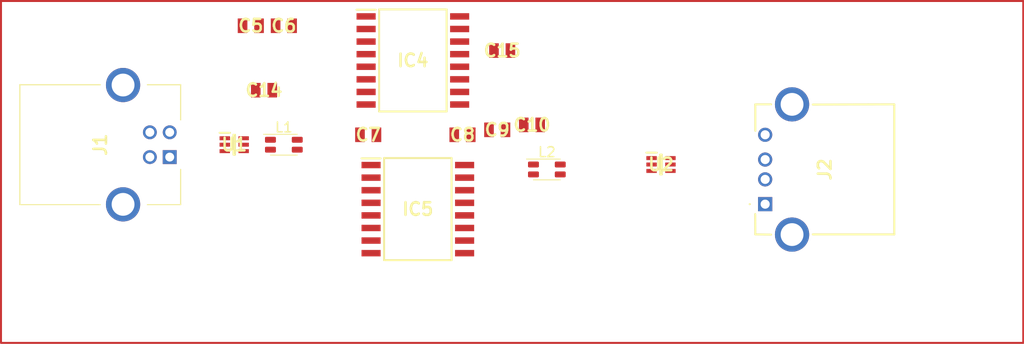
<source format=kicad_pcb>
(kicad_pcb (version 20241229) (generator "pcbnew") (generator_version "9.0")
  (layers (0 "F.Cu" signal) (2 "B.Cu" signal) (13 "F.Paste" user) (15 "B.Paste" user) (5 "F.SilkS" user "F.Silkscreen") (7 "B.SilkS" user "B.Silkscreen") (1 "F.Mask" user) (3 "B.Mask" user) (25 "Edge.Cuts" user))
  (net 0 "")
  (net 1 "+5V")
  (net 2 "Net-(IC4-RCSEL)")
  (net 3 "GND")
  (net 4 "VDD")
  (net 5 "Net-(IC4-NC_2)")
  (net 6 "Net-(IC5-SPU)")
  (net 7 "Net-(IC5-DD-)")
  (net 9 "Net-(IC5-UD-)")
  (net 12 "Net-(IC5-PIN)")
  (net 13 "Net-(IC5-SPD)")
  (net 14 "Net-(IC5-DD+)")
  (net 15 "Net-(IC5-UD+)")
  (net 16 "Net-(J1-Pad2)")
  (net 17 "Net-(J1-Pad3)")
  (net 18 "Net-(J2-Pad3)")
  (net 19 "Net-(J2-Pad2)")
  (net 22 "Net-(L1-Pad4)")
  (net 23 "Net-(L1-Pad1)")
  (net 24 "Net-(L2-Pad3)")
  (net 25 "Net-(L2-Pad2)")
  (footprint "SamacSys_Parts:CAPC2012X145N" (layer "F.Cu") (at 82.5 30)
    (property "Reference" "C15" (at 0 0 0) (layer "F.SilkS") (effects (font (size 1.27 1.27) (thickness 0.254))))
    (property "Value" "GRM21BR71H104KA01L" (hide yes))
    (pad "1" smd rect (at -0.83 0) (size 0.97 1.47) (layers "F.Cu" "F.Mask" "F.Paste") (net 5 "Net-(IC4-NC_2)"))
    (pad "2" smd rect (at 0.83 0) (size 0.97 1.47) (layers "F.Cu" "F.Mask" "F.Paste") (net 4 "VDD"))
  )
  (footprint "SamacSys_Parts:CAPC2012X145N" (layer "F.Cu") (at 60.5 27.5)
    (property "Reference" "C6" (at 0 0 0) (layer "F.SilkS") (effects (font (size 1.27 1.27) (thickness 0.254))))
    (property "Value" "GRM21BR71H104KA01L" (hide yes))
    (pad "1" smd rect (at -0.83 0) (size 0.97 1.47) (layers "F.Cu" "F.Mask" "F.Paste") (net 2 "Net-(IC4-RCSEL)"))
    (pad "2" smd rect (at 0.83 0) (size 0.97 1.47) (layers "F.Cu" "F.Mask" "F.Paste") (net 3 "GND"))
  )
  (footprint "SamacSys_Parts:875200010BLF" (layer "F.Cu") (at 108.995 45.5 90)
    (property "Reference" "J2" (at 3.5 6.005 90) (layer "F.SilkS") (effects (font (size 1.27 1.27) (thickness 0.254))))
    (property "Value" "87520-0010BLF" (hide yes))
    (fp_line (start 0 -1.6) (end 0 -1.6) (stroke (width 0.1)) (layer "F.SilkS"))
    (fp_line (start 0 -1.5) (end 0 -1.5) (stroke (width 0.1)) (layer "F.SilkS"))
    (fp_line (start 10.07 -0.99) (end 10.07 0.6) (stroke (width 0.2)) (layer "F.SilkS"))
    (fp_line (start 7.4 -0.99) (end 10.07 -0.99) (stroke (width 0.2)) (layer "F.SilkS"))
    (fp_line (start -3.05 -0.99) (end -1 -1) (stroke (width 0.2)) (layer "F.SilkS"))
    (fp_line (start -3.07 0.6) (end -3.05 -0.99) (stroke (width 0.2)) (layer "F.SilkS"))
    (fp_line (start 10.05 4.8) (end 10.07 13.01) (stroke (width 0.2)) (layer "F.SilkS"))
    (fp_line (start 10.07 13.01) (end -3.05 13.01) (stroke (width 0.2)) (layer "F.SilkS"))
    (fp_line (start -3.05 13.01) (end -3.05 4.8) (stroke (width 0.2)) (layer "F.SilkS"))
    (fp_arc (start 0 -1.6) (mid 0.05 -1.55) (end 0 -1.5) (stroke (width 0.1)) (layer "F.SilkS"))
    (fp_arc (start 0 -1.5) (mid -0.05 -1.55) (end 0 -1.6) (stroke (width 0.1)) (layer "F.SilkS"))
    (pad "1" thru_hole rect (at 0 0 90) (size 1.431 1.431) (drill 0.92) (layers "*.Cu" "*.Mask") (net 1 "+5V"))
    (pad "2" thru_hole circle (at 2.5 0 90) (size 1.431 1.431) (drill 0.92) (layers "*.Cu" "*.Mask") (net 19 "Net-(J2-Pad2)"))
    (pad "3" thru_hole circle (at 4.5 0 90) (size 1.431 1.431) (drill 0.92) (layers "*.Cu" "*.Mask") (net 18 "Net-(J2-Pad3)"))
    (pad "4" thru_hole circle (at 7 0 90) (size 1.431 1.431) (drill 0.92) (layers "*.Cu" "*.Mask") (net 3 "GND"))
    (pad "MH1" thru_hole circle (at -3.07 2.71 90) (size 3.45 3.45) (drill 2.3) (layers "*.Cu" "*.Mask") (net 3 "GND"))
    (pad "MH2" thru_hole circle (at 10.07 2.71 90) (size 3.45 3.45) (drill 2.3) (layers "*.Cu" "*.Mask") (net 3 "GND"))
  )
  (footprint "SamacSys_Parts:CAPC2012X145N" (layer "F.Cu") (at 85.5 37.5)
    (property "Reference" "C10" (at 0 0 0) (layer "F.SilkS") (effects (font (size 1.27 1.27) (thickness 0.254))))
    (property "Value" "GRM21BR71H104KA01L" (hide yes))
    (pad "1" smd rect (at -0.83 0) (size 0.97 1.47) (layers "F.Cu" "F.Mask" "F.Paste") (net 3 "GND"))
    (pad "2" smd rect (at 0.83 0) (size 0.97 1.47) (layers "F.Cu" "F.Mask" "F.Paste") (net 5 "Net-(IC4-NC_2)"))
  )
  (footprint "SamacSys_Parts:SOIC127P1032X265-16N" (layer "F.Cu") (at 73.5 31)
    (property "Reference" "IC4" (at 0 0 0) (layer "F.SilkS") (effects (font (size 1.27 1.27) (thickness 0.254))))
    (property "Value" "ADUM5000ARWZ" (hide yes))
    (fp_line (start -5.675 -5.12) (end -3.75 -5.12) (stroke (width 0.2)) (layer "F.SilkS"))
    (fp_line (start -3.4 -5.15) (end 3.4 -5.15) (stroke (width 0.2)) (layer "F.SilkS"))
    (fp_line (start -3.4 5.15) (end -3.4 -5.15) (stroke (width 0.2)) (layer "F.SilkS"))
    (fp_line (start 3.4 -5.15) (end 3.4 5.15) (stroke (width 0.2)) (layer "F.SilkS"))
    (fp_line (start 3.4 5.15) (end -3.4 5.15) (stroke (width 0.2)) (layer "F.SilkS"))
    (pad "1" smd rect (at -4.712 -4.445 90) (size 0.65 1.925) (layers "F.Cu" "F.Mask" "F.Paste") (net 2 "Net-(IC4-RCSEL)"))
    (pad "2" smd rect (at -4.712 -3.175 90) (size 0.65 1.925) (layers "F.Cu" "F.Mask" "F.Paste") (net 3 "GND"))
    (pad "3" smd rect (at -4.712 -1.905 90) (size 0.65 1.925) (layers "F.Cu" "F.Mask" "F.Paste"))
    (pad "4" smd rect (at -4.712 -0.635 90) (size 0.65 1.925) (layers "F.Cu" "F.Mask" "F.Paste"))
    (pad "5" smd rect (at -4.712 0.635 90) (size 0.65 1.925) (layers "F.Cu" "F.Mask" "F.Paste"))
    (pad "6" smd rect (at -4.712 1.905 90) (size 0.65 1.925) (layers "F.Cu" "F.Mask" "F.Paste") (net 2 "Net-(IC4-RCSEL)"))
    (pad "7" smd rect (at -4.712 3.175 90) (size 0.65 1.925) (layers "F.Cu" "F.Mask" "F.Paste") (net 2 "Net-(IC4-RCSEL)"))
    (pad "8" smd rect (at -4.712 4.445 90) (size 0.65 1.925) (layers "F.Cu" "F.Mask" "F.Paste") (net 3 "GND"))
    (pad "9" smd rect (at 4.712 4.445 90) (size 0.65 1.925) (layers "F.Cu" "F.Mask" "F.Paste") (net 3 "GND"))
    (pad "10" smd rect (at 4.712 3.175 90) (size 0.65 1.925) (layers "F.Cu" "F.Mask" "F.Paste") (net 5 "Net-(IC4-NC_2)"))
    (pad "11" smd rect (at 4.712 1.905 90) (size 0.65 1.925) (layers "F.Cu" "F.Mask" "F.Paste") (net 5 "Net-(IC4-NC_2)"))
    (pad "12" smd rect (at 4.712 0.635 90) (size 0.65 1.925) (layers "F.Cu" "F.Mask" "F.Paste"))
    (pad "13" smd rect (at 4.712 -0.635 90) (size 0.65 1.925) (layers "F.Cu" "F.Mask" "F.Paste") (net 5 "Net-(IC4-NC_2)"))
    (pad "14" smd rect (at 4.712 -1.905 90) (size 0.65 1.925) (layers "F.Cu" "F.Mask" "F.Paste"))
    (pad "15" smd rect (at 4.712 -3.175 90) (size 0.65 1.925) (layers "F.Cu" "F.Mask" "F.Paste") (net 3 "GND"))
    (pad "16" smd rect (at 4.712 -4.445 90) (size 0.65 1.925) (layers "F.Cu" "F.Mask" "F.Paste") (net 5 "Net-(IC4-NC_2)"))
  )
  (footprint "SamacSys_Parts:SOT65P210X110-6N" (layer "F.Cu") (at 98.5 41.5)
    (property "Reference" "U2" (at 0 0 0) (layer "F.SilkS") (effects (font (size 1.27 1.27) (thickness 0.254))))
    (property "Value" "USBLC6-2SC6" (hide yes))
    (fp_line (start -1.475 -1.2) (end -0.425 -1.2) (stroke (width 0.2)) (layer "F.SilkS"))
    (fp_line (start -0.075 -1) (end 0.075 -1) (stroke (width 0.2)) (layer "F.SilkS"))
    (fp_line (start -0.075 1) (end -0.075 -1) (stroke (width 0.2)) (layer "F.SilkS"))
    (fp_line (start 0.075 -1) (end 0.075 1) (stroke (width 0.2)) (layer "F.SilkS"))
    (fp_line (start 0.075 1) (end -0.075 1) (stroke (width 0.2)) (layer "F.SilkS"))
    (pad "1" smd rect (at -0.95 -0.65 90) (size 0.4 1.05) (layers "F.Cu" "F.Mask" "F.Paste") (net 25 "Net-(L2-Pad2)"))
    (pad "2" smd rect (at -0.95 0 90) (size 0.4 1.05) (layers "F.Cu" "F.Mask" "F.Paste") (net 3 "GND"))
    (pad "3" smd rect (at -0.95 0.65 90) (size 0.4 1.05) (layers "F.Cu" "F.Mask" "F.Paste") (net 24 "Net-(L2-Pad3)"))
    (pad "4" smd rect (at 0.95 0.65 90) (size 0.4 1.05) (layers "F.Cu" "F.Mask" "F.Paste") (net 19 "Net-(J2-Pad2)"))
    (pad "5" smd rect (at 0.95 0 90) (size 0.4 1.05) (layers "F.Cu" "F.Mask" "F.Paste") (net 1 "+5V"))
    (pad "6" smd rect (at 0.95 -0.65 90) (size 0.4 1.05) (layers "F.Cu" "F.Mask" "F.Paste") (net 18 "Net-(J2-Pad3)"))
  )
  (footprint "SamacSys_Parts:CAPC2012X145N" (layer "F.Cu") (at 78.5 38.5)
    (property "Reference" "C8" (at 0 0 0) (layer "F.SilkS") (effects (font (size 1.27 1.27) (thickness 0.254))))
    (property "Value" "GRM21BR71H104KA01L" (hide yes))
    (pad "1" smd rect (at -0.83 0) (size 0.97 1.47) (layers "F.Cu" "F.Mask" "F.Paste") (net 3 "GND"))
    (pad "2" smd rect (at 0.83 0) (size 0.97 1.47) (layers "F.Cu" "F.Mask" "F.Paste") (net 4 "VDD"))
  )
  (footprint "SamacSys_Parts:SOT65P210X110-6N" (layer "F.Cu") (at 55.5 39.5)
    (property "Reference" "U1" (at 0 0 0) (layer "F.SilkS") (effects (font (size 1.27 1.27) (thickness 0.254))))
    (property "Value" "USBLC6-2SC6" (hide yes))
    (fp_line (start -1.475 -1.2) (end -0.425 -1.2) (stroke (width 0.2)) (layer "F.SilkS"))
    (fp_line (start -0.075 -1) (end 0.075 -1) (stroke (width 0.2)) (layer "F.SilkS"))
    (fp_line (start -0.075 1) (end -0.075 -1) (stroke (width 0.2)) (layer "F.SilkS"))
    (fp_line (start 0.075 -1) (end 0.075 1) (stroke (width 0.2)) (layer "F.SilkS"))
    (fp_line (start 0.075 1) (end -0.075 1) (stroke (width 0.2)) (layer "F.SilkS"))
    (pad "1" smd rect (at -0.95 -0.65 90) (size 0.4 1.05) (layers "F.Cu" "F.Mask" "F.Paste") (net 17 "Net-(J1-Pad3)"))
    (pad "2" smd rect (at -0.95 0 90) (size 0.4 1.05) (layers "F.Cu" "F.Mask" "F.Paste") (net 3 "GND"))
    (pad "3" smd rect (at -0.95 0.65 90) (size 0.4 1.05) (layers "F.Cu" "F.Mask" "F.Paste") (net 16 "Net-(J1-Pad2)"))
    (pad "4" smd rect (at 0.95 0.65 90) (size 0.4 1.05) (layers "F.Cu" "F.Mask" "F.Paste") (net 22 "Net-(L1-Pad4)"))
    (pad "5" smd rect (at 0.95 0 90) (size 0.4 1.05) (layers "F.Cu" "F.Mask" "F.Paste") (net 1 "+5V"))
    (pad "6" smd rect (at 0.95 -0.65 90) (size 0.4 1.05) (layers "F.Cu" "F.Mask" "F.Paste") (net 23 "Net-(L1-Pad1)"))
  )
  (footprint "SamacSys_Parts:CAPC2012X145N" (layer "F.Cu") (at 82 38)
    (property "Reference" "C9" (at 0 0 0) (layer "F.SilkS") (effects (font (size 1.27 1.27) (thickness 0.254))))
    (property "Value" "GRM21BR61C106KE15L" (hide yes))
    (pad "1" smd rect (at -0.83 0) (size 0.97 1.47) (layers "F.Cu" "F.Mask" "F.Paste") (net 4 "VDD"))
    (pad "2" smd rect (at 0.83 0) (size 0.97 1.47) (layers "F.Cu" "F.Mask" "F.Paste") (net 5 "Net-(IC4-NC_2)"))
  )
  (footprint "SamacSys_Parts:CAPC2012X145N" (layer "F.Cu") (at 58.5 34)
    (property "Reference" "C14" (at 0 0 0) (layer "F.SilkS") (effects (font (size 1.27 1.27) (thickness 0.254))))
    (property "Value" "GRM21BR71H104KA01L" (hide yes))
    (pad "1" smd rect (at -0.83 0) (size 0.97 1.47) (layers "F.Cu" "F.Mask" "F.Paste") (net 2 "Net-(IC4-RCSEL)"))
    (pad "2" smd rect (at 0.83 0) (size 0.97 1.47) (layers "F.Cu" "F.Mask" "F.Paste") (net 1 "+5V"))
  )
  (footprint "SamacSys_Parts:SOIC127P1032X265-16N" (layer "F.Cu") (at 74 46)
    (property "Reference" "IC5" (at 0 0 0) (layer "F.SilkS") (effects (font (size 1.27 1.27) (thickness 0.254))))
    (property "Value" "ADUM4160BRWZ" (hide yes))
    (fp_line (start -5.675 -5.12) (end -3.75 -5.12) (stroke (width 0.2)) (layer "F.SilkS"))
    (fp_line (start -3.4 -5.15) (end 3.4 -5.15) (stroke (width 0.2)) (layer "F.SilkS"))
    (fp_line (start -3.4 5.15) (end -3.4 -5.15) (stroke (width 0.2)) (layer "F.SilkS"))
    (fp_line (start 3.4 -5.15) (end 3.4 5.15) (stroke (width 0.2)) (layer "F.SilkS"))
    (fp_line (start 3.4 5.15) (end -3.4 5.15) (stroke (width 0.2)) (layer "F.SilkS"))
    (pad "1" smd rect (at -4.712 -4.445 90) (size 0.65 1.925) (layers "F.Cu" "F.Mask" "F.Paste") (net 1 "+5V"))
    (pad "2" smd rect (at -4.712 -3.175 90) (size 0.65 1.925) (layers "F.Cu" "F.Mask" "F.Paste") (net 3 "GND"))
    (pad "3" smd rect (at -4.712 -1.905 90) (size 0.65 1.925) (layers "F.Cu" "F.Mask" "F.Paste") (net 1 "+5V"))
    (pad "4" smd rect (at -4.712 -0.635 90) (size 0.65 1.925) (layers "F.Cu" "F.Mask" "F.Paste") (net 1 "+5V"))
    (pad "5" smd rect (at -4.712 0.635 90) (size 0.65 1.925) (layers "F.Cu" "F.Mask" "F.Paste") (net 6 "Net-(IC5-SPU)"))
    (pad "6" smd rect (at -4.712 1.905 90) (size 0.65 1.925) (layers "F.Cu" "F.Mask" "F.Paste") (net 9 "Net-(IC5-UD-)"))
    (pad "7" smd rect (at -4.712 3.175 90) (size 0.65 1.925) (layers "F.Cu" "F.Mask" "F.Paste") (net 15 "Net-(IC5-UD+)"))
    (pad "8" smd rect (at -4.712 4.445 90) (size 0.65 1.925) (layers "F.Cu" "F.Mask" "F.Paste") (net 3 "GND"))
    (pad "9" smd rect (at 4.712 4.445 90) (size 0.65 1.925) (layers "F.Cu" "F.Mask" "F.Paste") (net 3 "GND"))
    (pad "10" smd rect (at 4.712 3.175 90) (size 0.65 1.925) (layers "F.Cu" "F.Mask" "F.Paste") (net 14 "Net-(IC5-DD+)"))
    (pad "11" smd rect (at 4.712 1.905 90) (size 0.65 1.925) (layers "F.Cu" "F.Mask" "F.Paste") (net 7 "Net-(IC5-DD-)"))
    (pad "12" smd rect (at 4.712 0.635 90) (size 0.65 1.925) (layers "F.Cu" "F.Mask" "F.Paste") (net 12 "Net-(IC5-PIN)"))
    (pad "13" smd rect (at 4.712 -0.635 90) (size 0.65 1.925) (layers "F.Cu" "F.Mask" "F.Paste") (net 13 "Net-(IC5-SPD)"))
    (pad "14" smd rect (at 4.712 -1.905 90) (size 0.65 1.925) (layers "F.Cu" "F.Mask" "F.Paste") (net 3 "GND"))
    (pad "15" smd rect (at 4.712 -3.175 90) (size 0.65 1.925) (layers "F.Cu" "F.Mask" "F.Paste") (net 3 "GND"))
    (pad "16" smd rect (at 4.712 -4.445 90) (size 0.65 1.925) (layers "F.Cu" "F.Mask" "F.Paste") (net 4 "VDD"))
  )
  (footprint "Inductor_SMD:L_CommonMode_Wurth_WE-CNSW-1206" (layer "F.Cu") (at 87 42)
    (property "Reference" "L2" (at 0 -1.75 0) (layer "F.SilkS"))
    (property "Value" "Choke_Wurth_WE-CNSW_744232090")
    (fp_line (start -2.05 -1.05) (end 1.35 -1.05) (stroke (width 0.1)) (layer "F.SilkS"))
    (fp_line (start -1.35 1.05) (end 1.35 1.05) (stroke (width 0.1)) (layer "F.SilkS"))
    (pad "1" smd roundrect (at -1.35 -0.5) (size 1.1 0.6) (layers "F.Cu" "F.Mask" "F.Paste") (roundrect_rratio 0.2) (net 7 "Net-(IC5-DD-)"))
    (pad "2" smd roundrect (at 1.35 -0.5) (size 1.1 0.6) (layers "F.Cu" "F.Mask" "F.Paste") (roundrect_rratio 0.2) (net 25 "Net-(L2-Pad2)"))
    (pad "3" smd roundrect (at 1.35 0.5) (size 1.1 0.6) (layers "F.Cu" "F.Mask" "F.Paste") (roundrect_rratio 0.2) (net 24 "Net-(L2-Pad3)"))
    (pad "4" smd roundrect (at -1.35 0.5) (size 1.1 0.6) (layers "F.Cu" "F.Mask" "F.Paste") (roundrect_rratio 0.2) (net 14 "Net-(IC5-DD+)"))
  )
  (footprint "Inductor_SMD:L_CommonMode_Wurth_WE-CNSW-1206" (layer "F.Cu") (at 60.5 39.5)
    (property "Reference" "L1" (at 0 -1.75 0) (layer "F.SilkS"))
    (property "Value" "Choke_Wurth_WE-CNSW_744232090")
    (fp_line (start -2.05 -1.05) (end 1.35 -1.05) (stroke (width 0.1)) (layer "F.SilkS"))
    (fp_line (start -1.35 1.05) (end 1.35 1.05) (stroke (width 0.1)) (layer "F.SilkS"))
    (pad "1" smd roundrect (at -1.35 -0.5) (size 1.1 0.6) (layers "F.Cu" "F.Mask" "F.Paste") (roundrect_rratio 0.2) (net 23 "Net-(L1-Pad1)"))
    (pad "2" smd roundrect (at 1.35 -0.5) (size 1.1 0.6) (layers "F.Cu" "F.Mask" "F.Paste") (roundrect_rratio 0.2) (net 9 "Net-(IC5-UD-)"))
    (pad "3" smd roundrect (at 1.35 0.5) (size 1.1 0.6) (layers "F.Cu" "F.Mask" "F.Paste") (roundrect_rratio 0.2) (net 15 "Net-(IC5-UD+)"))
    (pad "4" smd roundrect (at -1.35 0.5) (size 1.1 0.6) (layers "F.Cu" "F.Mask" "F.Paste") (roundrect_rratio 0.2) (net 22 "Net-(L1-Pad4)"))
  )
  (footprint "SamacSys_Parts:CAPC2012X145N" (layer "F.Cu") (at 57.17 27.5)
    (property "Reference" "C5" (at 0 0 0) (layer "F.SilkS") (effects (font (size 1.27 1.27) (thickness 0.254))))
    (property "Value" "GRM21BR61C106KE15L" (hide yes))
    (pad "1" smd rect (at -0.83 0) (size 0.97 1.47) (layers "F.Cu" "F.Mask" "F.Paste") (net 1 "+5V"))
    (pad "2" smd rect (at 0.83 0) (size 0.97 1.47) (layers "F.Cu" "F.Mask" "F.Paste") (net 2 "Net-(IC4-RCSEL)"))
  )
  (footprint "SamacSys_Parts:CAPC2012X145N" (layer "F.Cu") (at 69 38.5)
    (property "Reference" "C7" (at 0 0 0) (layer "F.SilkS") (effects (font (size 1.27 1.27) (thickness 0.254))))
    (property "Value" "GRM21BR71H104KA01L" (hide yes))
    (pad "1" smd rect (at -0.83 0) (size 0.97 1.47) (layers "F.Cu" "F.Mask" "F.Paste") (net 3 "GND"))
    (pad "2" smd rect (at 0.83 0) (size 0.97 1.47) (layers "F.Cu" "F.Mask" "F.Paste") (net 1 "+5V"))
  )
  (footprint "SamacSys_Parts:USBBSFBTHR" (layer "F.Cu") (at 49 40.75 -90)
    (property "Reference" "J1" (at -1.25 7 90) (layer "F.SilkS") (effects (font (size 1.27 1.27) (thickness 0.254))))
    (property "Value" "USB-B-S-F-B-TH-R" (hide yes))
    (fp_line (start -7.3 15.1) (end -7.3 15.1) (stroke (width 0.1)) (layer "F.SilkS"))
    (fp_line (start -7.3 15.1) (end -7.3 15.1) (stroke (width 0.1)) (layer "F.SilkS"))
    (fp_line (start -7.3 15.1) (end 4.8 15.1) (stroke (width 0.1)) (layer "F.SilkS"))
    (fp_line (start -7.3 15.1) (end -7.3 7) (stroke (width 0.1)) (layer "F.SilkS"))
    (fp_line (start 4.8 15.1) (end -7.3 15.1) (stroke (width 0.1)) (layer "F.SilkS"))
    (fp_line (start 4.8 15.1) (end 4.8 15.1) (stroke (width 0.1)) (layer "F.SilkS"))
    (fp_line (start 4.8 15.1) (end 4.8 15.1) (stroke (width 0.1)) (layer "F.SilkS"))
    (fp_line (start 4.8 15.1) (end 4.8 7) (stroke (width 0.1)) (layer "F.SilkS"))
    (fp_line (start -7.3 7) (end -7.3 15.1) (stroke (width 0.1)) (layer "F.SilkS"))
    (fp_line (start -7.3 7) (end -7.3 7) (stroke (width 0.1)) (layer "F.SilkS"))
    (fp_line (start 4.8 7) (end 4.8 15.1) (stroke (width 0.1)) (layer "F.SilkS"))
    (fp_line (start 4.8 7) (end 4.8 7) (stroke (width 0.1)) (layer "F.SilkS"))
    (fp_line (start -7.3 2.25) (end -7.3 2.25) (stroke (width 0.1)) (layer "F.SilkS"))
    (fp_line (start -7.3 2.25) (end -7.3 -1.1) (stroke (width 0.1)) (layer "F.SilkS"))
    (fp_line (start 4.8 2.25) (end 4.8 2.25) (stroke (width 0.1)) (layer "F.SilkS"))
    (fp_line (start 4.8 2.25) (end 4.8 -1.1) (stroke (width 0.1)) (layer "F.SilkS"))
    (fp_line (start -7.3 -1.1) (end -7.3 2.25) (stroke (width 0.1)) (layer "F.SilkS"))
    (fp_line (start -7.3 -1.1) (end -7.3 -1.1) (stroke (width 0.1)) (layer "F.SilkS"))
    (fp_line (start -7.3 -1.1) (end -7.3 -1.1) (stroke (width 0.1)) (layer "F.SilkS"))
    (fp_line (start -7.3 -1.1) (end -3.75 -1.1) (stroke (width 0.1)) (layer "F.SilkS"))
    (fp_line (start -3.75 -1.1) (end -7.3 -1.1) (stroke (width 0.1)) (layer "F.SilkS"))
    (fp_line (start -3.75 -1.1) (end -3.75 -1.1) (stroke (width 0.1)) (layer "F.SilkS"))
    (fp_line (start 1.25 -1.1) (end 1.25 -1.1) (stroke (width 0.1)) (layer "F.SilkS"))
    (fp_line (start 1.25 -1.1) (end 4.8 -1.1) (stroke (width 0.1)) (layer "F.SilkS"))
    (fp_line (start 4.8 -1.1) (end 4.8 2.25) (stroke (width 0.1)) (layer "F.SilkS"))
    (fp_line (start 4.8 -1.1) (end 1.25 -1.1) (stroke (width 0.1)) (layer "F.SilkS"))
    (fp_line (start 4.8 -1.1) (end 4.8 -1.1) (stroke (width 0.1)) (layer "F.SilkS"))
    (fp_line (start 4.8 -1.1) (end 4.8 -1.1) (stroke (width 0.1)) (layer "F.SilkS"))
    (pad "1" thru_hole rect (at 0 0 270) (size 1.4 1.4) (drill 0.9) (layers "*.Cu" "*.Mask") (net 1 "+5V"))
    (pad "2" thru_hole circle (at -2.5 0 270) (size 1.4 1.4) (drill 0.9) (layers "*.Cu" "*.Mask") (net 16 "Net-(J1-Pad2)"))
    (pad "3" thru_hole circle (at -2.5 2 270) (size 1.4 1.4) (drill 0.9) (layers "*.Cu" "*.Mask") (net 17 "Net-(J1-Pad3)"))
    (pad "4" thru_hole circle (at 0 2 270) (size 1.4 1.4) (drill 0.9) (layers "*.Cu" "*.Mask") (net 3 "GND"))
    (pad "MH1" thru_hole circle (at 4.77 4.7 270) (size 3.45 3.45) (drill 2.3) (layers "*.Cu" "*.Mask") (net 3 "GND"))
    (pad "MH2" thru_hole circle (at -7.27 4.7 270) (size 3.45 3.45) (drill 2.3) (layers "*.Cu" "*.Mask") (net 3 "GND"))
  )
  (gr_rect (start 32 25) (end 135 59.5) (stroke (width 0.2)) (fill no) (layer "F.Cu"))
)
</source>
